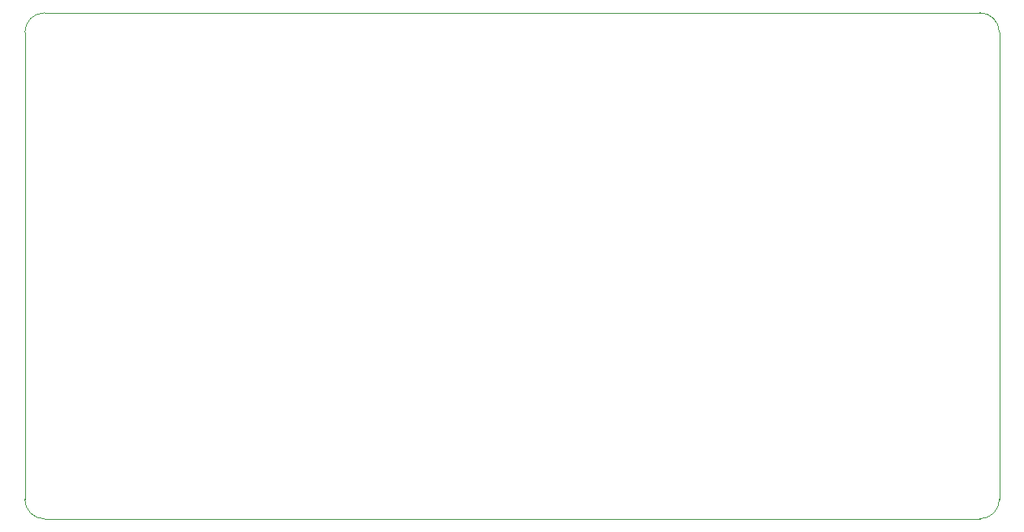
<source format=gbr>
%TF.GenerationSoftware,KiCad,Pcbnew,(6.0.4)*%
%TF.CreationDate,2022-04-13T05:55:54+02:00*%
%TF.ProjectId,circuit,63697263-7569-4742-9e6b-696361645f70,rev?*%
%TF.SameCoordinates,Original*%
%TF.FileFunction,Profile,NP*%
%FSLAX46Y46*%
G04 Gerber Fmt 4.6, Leading zero omitted, Abs format (unit mm)*
G04 Created by KiCad (PCBNEW (6.0.4)) date 2022-04-13 05:55:54*
%MOMM*%
%LPD*%
G01*
G04 APERTURE LIST*
%TA.AperFunction,Profile*%
%ADD10C,0.100000*%
%TD*%
G04 APERTURE END LIST*
D10*
X49276000Y-58928000D02*
X49276000Y-107696000D01*
X150876000Y-58928000D02*
G75*
G03*
X148844000Y-56896000I-2032000J0D01*
G01*
X49276000Y-107696000D02*
G75*
G03*
X51308000Y-109728000I2032000J0D01*
G01*
X51308000Y-56896000D02*
G75*
G03*
X49276000Y-58928000I0J-2032000D01*
G01*
X148844000Y-56896000D02*
X51308000Y-56896000D01*
X148844000Y-109728000D02*
G75*
G03*
X150876000Y-107696000I0J2032000D01*
G01*
X51308000Y-109728000D02*
X148844000Y-109728000D01*
X150876000Y-107696000D02*
X150876000Y-58928000D01*
M02*

</source>
